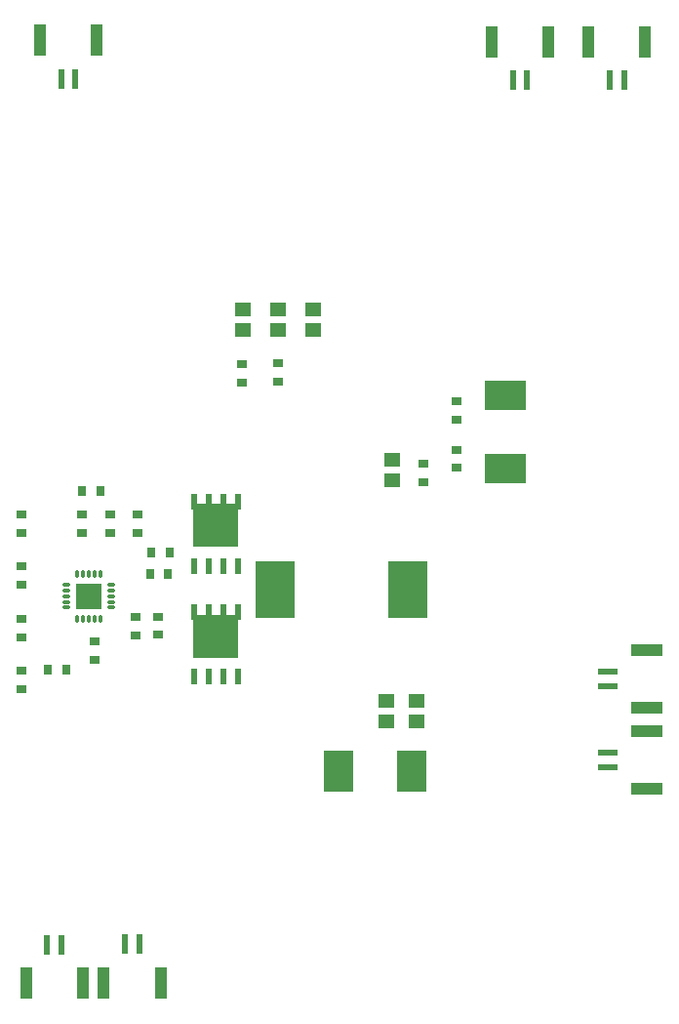
<source format=gtp>
G04*
G04 #@! TF.GenerationSoftware,Altium Limited,Altium Designer,20.0.2 (26)*
G04*
G04 Layer_Color=8421504*
%FSLAX25Y25*%
%MOIN*%
G70*
G01*
G75*
%ADD18R,0.05787X0.04567*%
%ADD19R,0.03347X0.03150*%
%ADD20R,0.02362X0.06693*%
%ADD21R,0.03937X0.11024*%
%ADD22R,0.03150X0.03347*%
%ADD23R,0.09843X0.14173*%
%ADD24O,0.01102X0.03150*%
%ADD25O,0.03150X0.01102*%
%ADD26R,0.09055X0.09055*%
%ADD27R,0.15748X0.15000*%
%ADD28R,0.02402X0.05512*%
%ADD29R,0.11024X0.03937*%
%ADD30R,0.06693X0.02362*%
%ADD31R,0.13780X0.19685*%
%ADD32R,0.14173X0.09843*%
D18*
X508000Y354504D02*
D03*
Y347496D02*
D03*
X496000Y354504D02*
D03*
Y347496D02*
D03*
X484000Y354504D02*
D03*
Y347496D02*
D03*
X535039Y303110D02*
D03*
Y296102D02*
D03*
X543307Y213819D02*
D03*
Y220827D02*
D03*
X533071Y213819D02*
D03*
Y220827D02*
D03*
D19*
X496000Y336129D02*
D03*
Y329871D02*
D03*
X483669Y335948D02*
D03*
Y329690D02*
D03*
X408268Y266908D02*
D03*
Y260651D02*
D03*
Y278367D02*
D03*
Y284625D02*
D03*
X545669Y295690D02*
D03*
Y301948D02*
D03*
X557087Y300415D02*
D03*
Y306672D02*
D03*
X408268Y224824D02*
D03*
Y231082D02*
D03*
X447244Y243328D02*
D03*
Y249585D02*
D03*
X408268Y248798D02*
D03*
Y242541D02*
D03*
X429134Y278367D02*
D03*
Y284625D02*
D03*
X448032D02*
D03*
Y278367D02*
D03*
X557087Y323079D02*
D03*
Y316821D02*
D03*
X455118Y243457D02*
D03*
Y249714D02*
D03*
X433465Y241189D02*
D03*
Y234932D02*
D03*
X438583Y284496D02*
D03*
Y278239D02*
D03*
D20*
X417224Y137598D02*
D03*
X422146D02*
D03*
X443827Y137803D02*
D03*
X448748D02*
D03*
X421949Y433268D02*
D03*
X426870D02*
D03*
X576279Y432874D02*
D03*
X581201D02*
D03*
X609350D02*
D03*
X614272D02*
D03*
D21*
X409941Y124409D02*
D03*
X429429D02*
D03*
X436543Y124614D02*
D03*
X456032D02*
D03*
X414665Y446457D02*
D03*
X434154D02*
D03*
X568996Y446063D02*
D03*
X588484D02*
D03*
X602067D02*
D03*
X621555D02*
D03*
D22*
X417344Y231496D02*
D03*
X423601D02*
D03*
X459034Y271654D02*
D03*
X452777D02*
D03*
X435284Y292520D02*
D03*
X429026D02*
D03*
X458512Y264173D02*
D03*
X452254D02*
D03*
D23*
X516634Y196850D02*
D03*
X541634D02*
D03*
D24*
X435433Y264370D02*
D03*
X433465D02*
D03*
X431496D02*
D03*
X429528D02*
D03*
X427559D02*
D03*
Y249016D02*
D03*
X429528D02*
D03*
X431496D02*
D03*
X433465D02*
D03*
X435433D02*
D03*
D25*
X423819Y260630D02*
D03*
Y258661D02*
D03*
Y256693D02*
D03*
Y254724D02*
D03*
Y252756D02*
D03*
X439173D02*
D03*
Y254724D02*
D03*
Y256693D02*
D03*
Y258661D02*
D03*
Y260630D02*
D03*
D26*
X431496Y256693D02*
D03*
D27*
X474803Y280772D02*
D03*
Y242976D02*
D03*
D28*
X467303Y289039D02*
D03*
X472303D02*
D03*
X477303D02*
D03*
X482303D02*
D03*
X482303Y266866D02*
D03*
X477303D02*
D03*
X472303D02*
D03*
X467303D02*
D03*
X467303Y251244D02*
D03*
X472303D02*
D03*
X477303D02*
D03*
X482303D02*
D03*
X482303Y229071D02*
D03*
X477303D02*
D03*
X472303D02*
D03*
X467303D02*
D03*
D29*
X622047Y238090D02*
D03*
Y218602D02*
D03*
Y210531D02*
D03*
Y191043D02*
D03*
D30*
X608858Y230807D02*
D03*
Y225886D02*
D03*
Y203248D02*
D03*
Y198327D02*
D03*
D31*
X495011Y258767D02*
D03*
X540287Y258768D02*
D03*
D32*
X573622Y300098D02*
D03*
Y325098D02*
D03*
M02*

</source>
